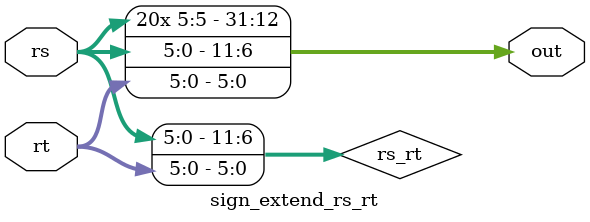
<source format=v>
`timescale 1ns / 1ps


module sign_extend_rs_rt(rs, rt, out);
    
input [5:0] rs, rt;
output reg [31:0] out;

reg [11:0] rs_rt;
always@(rs, rt)
    begin
        rs_rt [5:0] = rt;
        rs_rt [11:6] = rs;
        out <= $signed(rs_rt);
    end
endmodule

</source>
